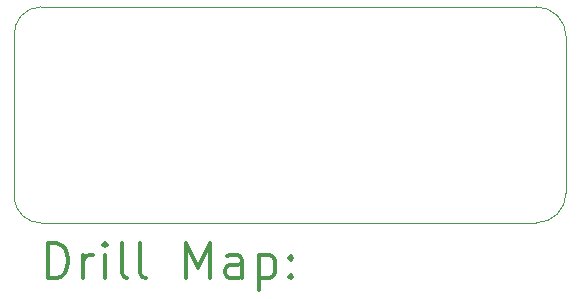
<source format=gbr>
%FSLAX45Y45*%
G04 Gerber Fmt 4.5, Leading zero omitted, Abs format (unit mm)*
G04 Created by KiCad (PCBNEW (5.1.12)-1) date 2022-02-05 21:04:31*
%MOMM*%
%LPD*%
G01*
G04 APERTURE LIST*
%TA.AperFunction,Profile*%
%ADD10C,0.050000*%
%TD*%
%ADD11C,0.200000*%
%ADD12C,0.300000*%
G04 APERTURE END LIST*
D10*
X16052800Y-7289800D02*
G75*
G02*
X16306800Y-7543800I0J-254000D01*
G01*
X16306800Y-8864600D02*
G75*
G02*
X16052800Y-9118600I-254000J0D01*
G01*
X16306800Y-8864600D02*
X16306800Y-7543800D01*
X11634598Y-7543645D02*
G75*
G02*
X11861800Y-7289800I227202J25245D01*
G01*
X11861800Y-9120007D02*
G75*
G02*
X11633200Y-8915400I0J230007D01*
G01*
X11861800Y-9120007D02*
X16052800Y-9118600D01*
X11861800Y-7289800D02*
X16052800Y-7289800D01*
X11633200Y-8915400D02*
X11634598Y-7543645D01*
D11*
D12*
X11917128Y-9588221D02*
X11917128Y-9288221D01*
X11988557Y-9288221D01*
X12031414Y-9302507D01*
X12059986Y-9331078D01*
X12074271Y-9359650D01*
X12088557Y-9416793D01*
X12088557Y-9459650D01*
X12074271Y-9516793D01*
X12059986Y-9545364D01*
X12031414Y-9573935D01*
X11988557Y-9588221D01*
X11917128Y-9588221D01*
X12217128Y-9588221D02*
X12217128Y-9388221D01*
X12217128Y-9445364D02*
X12231414Y-9416793D01*
X12245700Y-9402507D01*
X12274271Y-9388221D01*
X12302843Y-9388221D01*
X12402843Y-9588221D02*
X12402843Y-9388221D01*
X12402843Y-9288221D02*
X12388557Y-9302507D01*
X12402843Y-9316793D01*
X12417128Y-9302507D01*
X12402843Y-9288221D01*
X12402843Y-9316793D01*
X12588557Y-9588221D02*
X12559986Y-9573935D01*
X12545700Y-9545364D01*
X12545700Y-9288221D01*
X12745700Y-9588221D02*
X12717128Y-9573935D01*
X12702843Y-9545364D01*
X12702843Y-9288221D01*
X13088557Y-9588221D02*
X13088557Y-9288221D01*
X13188557Y-9502507D01*
X13288557Y-9288221D01*
X13288557Y-9588221D01*
X13559986Y-9588221D02*
X13559986Y-9431078D01*
X13545700Y-9402507D01*
X13517128Y-9388221D01*
X13459986Y-9388221D01*
X13431414Y-9402507D01*
X13559986Y-9573935D02*
X13531414Y-9588221D01*
X13459986Y-9588221D01*
X13431414Y-9573935D01*
X13417128Y-9545364D01*
X13417128Y-9516793D01*
X13431414Y-9488221D01*
X13459986Y-9473935D01*
X13531414Y-9473935D01*
X13559986Y-9459650D01*
X13702843Y-9388221D02*
X13702843Y-9688221D01*
X13702843Y-9402507D02*
X13731414Y-9388221D01*
X13788557Y-9388221D01*
X13817128Y-9402507D01*
X13831414Y-9416793D01*
X13845700Y-9445364D01*
X13845700Y-9531078D01*
X13831414Y-9559650D01*
X13817128Y-9573935D01*
X13788557Y-9588221D01*
X13731414Y-9588221D01*
X13702843Y-9573935D01*
X13974271Y-9559650D02*
X13988557Y-9573935D01*
X13974271Y-9588221D01*
X13959986Y-9573935D01*
X13974271Y-9559650D01*
X13974271Y-9588221D01*
X13974271Y-9402507D02*
X13988557Y-9416793D01*
X13974271Y-9431078D01*
X13959986Y-9416793D01*
X13974271Y-9402507D01*
X13974271Y-9431078D01*
M02*

</source>
